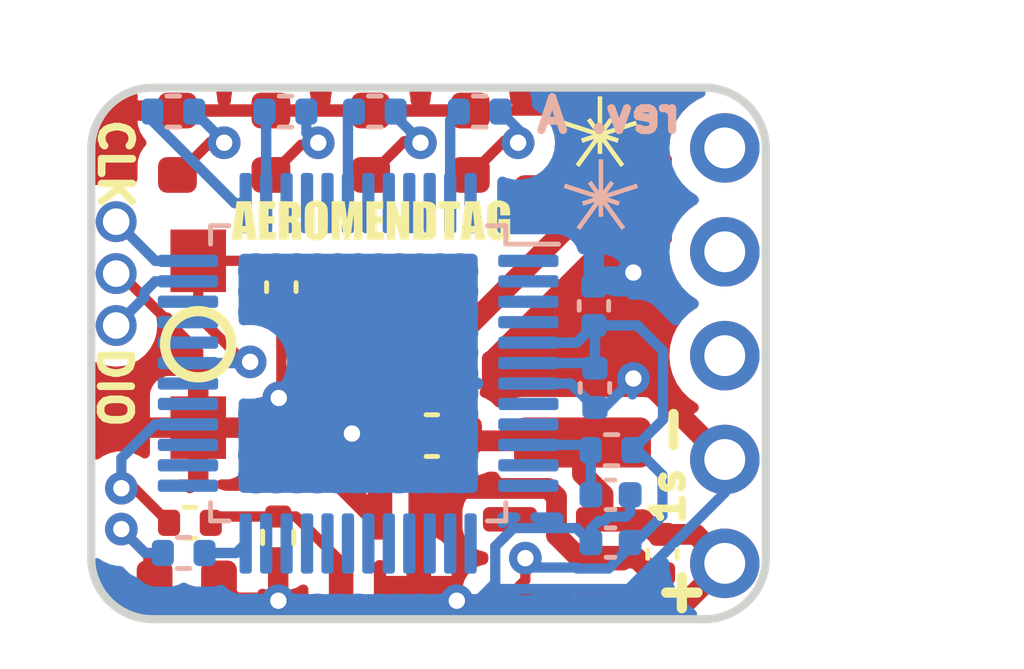
<source format=kicad_pcb>
(kicad_pcb (version 20221018) (generator pcbnew)
  (title_block (title "aeromendtag") (date "2023-10-13") (rev "A") (company "Victor Krook"))
  (layers (0 "F.Cu" signal) (31 "B.Cu" signal) (34 "B.Paste" user) (35 "F.Paste" user) (36 "B.SilkS" user "B.Silkscreen") (37 "F.SilkS" user "F.Silkscreen") (38 "B.Mask" user) (39 "F.Mask" user) (44 "Edge.Cuts" user))
  (net 0 "")
  (net 1 "VCC")
  (net 2 "GND")
  (net 4 "+3.3V")
  (net 11 "Net-(U2-PF2)")
  (net 33 "SWDIO")
  (net 34 "SWCLK")
  (net 43 "Net-(U3-A)")
  (net 44 "Net-(Q1-D)")
  (net 45 "Net-(D1-A)")
  (net 46 "Net-(D2-A)")
  (net 47 "Net-(D3-A)")
  (net 48 "Net-(D4-A)")
  (net 49 "Net-(D5-A)")
  (net 50 "Net-(Q1-G)")
  (net 51 "ID_0")
  (net 52 "ID_1")
  (net 53 "ID_2")
  (net 54 "ID_3")
  (net 55 "STATUS")
  (net 56 "IR_TX")
  (net 60 "BTN")
  (footprint "Resistor_SMD:R_2512_6332Metric" (layer "F.Cu") (at 159.5628 87.376 -90)
    (fp_text reference "R7" hide)
    (fp_text value "5.1R")
  )
  (footprint "LED_SMD:LED_0603_1608Metric" (layer "F.Cu") (at 151.9428 83.0072 -90)
    (fp_text reference "D3" hide)
    (fp_text value "ID_2")
  )
  (footprint "LED_SMD:LED_0603_1608Metric" (layer "F.Cu") (at 154.3812 83.0072 -90)
    (fp_text reference "D2" hide)
    (fp_text value "ID_1")
  )
  (footprint "Resistor_SMD:R_0402_1005Metric" (layer "F.Cu") (at 152.1206 92.6592 90)
    (fp_text reference "R8" hide)
    (fp_text value "10k")
  )
  (footprint "easyeda2kicad:SENSOR-SMD_L3.9-W3.9-FD" (layer "F.Cu") (at 154.7876 87.503 180)
    (fp_text reference "U3" hide)
    (fp_text value "IR, 110-160mW, 600mA")
  )
  (footprint "Capacitor_SMD:C_0402_1005Metric" (layer "F.Cu") (at 152.1968 86.5378 -90)
    (fp_text reference "C7" hide)
    (fp_text value "10n")
  )
  (footprint "Connector_PinSocket_2.54mm:PinSocket_1x05_P2.54mm_Vertical" (layer "F.Cu") (at 163.0426 93.2942 180)
    (fp_text reference "J2" hide)
    (fp_text value "Battery 4s balance")
  )
  (footprint "Capacitor_SMD:C_0402_1005Metric" (layer "F.Cu") (at 161.5186 93.0656 -90)
    (fp_text reference "C5" hide)
    (fp_text value "1u")
  )
  (footprint "LED_SMD:LED_0603_1608Metric" (layer "F.Cu") (at 149.8854 93.7006 180)
    (fp_text reference "D5" hide)
    (fp_text value "STATUS")
  )
  (footprint "LED_SMD:LED_0603_1608Metric" (layer "F.Cu") (at 149.6568 83.0072 -90)
    (fp_text reference "D4" hide)
    (fp_text value "ID_3")
  )
  (footprint "Package_TO_SOT_SMD:SOT-23" (layer "F.Cu") (at 154.6098 92.9132 90)
    (fp_text reference "Q1" hide)
    (fp_text value "AO3400")
  )
  (footprint "Capacitor_SMD:C_0603_1608Metric" (layer "F.Cu") (at 155.8798 90.17 180)
    (fp_text reference "C4" hide)
    (fp_text value "10u")
  )
  (footprint "easyeda2kicad:SW-SMD_L4.0-W2.9-LS5.0" (layer "F.Cu") (at 150.1648 87.9348 -90)
    (fp_text reference "SW1" hide)
    (fp_text value "SW_SPST")
  )
  (footprint "LED_SMD:LED_0603_1608Metric" (layer "F.Cu") (at 156.8196 83.0072 -90)
    (fp_text reference "D1" hide)
    (fp_text value "ID_0")
  )
  (footprint "Resistor_SMD:R_0402_1005Metric" (layer "F.Cu") (at 149.9616 92.3036 180)
    (fp_text reference "R9" hide)
    (fp_text value "100R")
  )
  (footprint "Package_TO_SOT_SMD:SOT-23-5" (layer "F.Cu") (at 158.9278 93.1672 180)
    (fp_text reference "U1" hide)
    (fp_text value "ME6215C33M5G")
  )
  (footprint "Resistor_SMD:R_0402_1005Metric" (layer "B.Cu") (at 160.274 90.5256 180)
    (fp_text reference "R1" hide)
    (fp_text value "10k")
  )
  (footprint "Resistor_SMD:R_0402_1005Metric" (layer "B.Cu") (at 149.8092 93.0402 180)
    (fp_text reference "R6" hide)
    (fp_text value "470R")
  )
  (footprint "Resistor_SMD:R_0402_1005Metric" (layer "B.Cu") (at 154.4828 82.2452)
    (fp_text reference "R3" hide)
    (fp_text value "470R")
  )
  (footprint "Capacitor_SMD:C_0402_1005Metric" (layer "B.Cu") (at 160.2486 91.6178)
    (fp_text reference "C3" hide)
    (fp_text value "100n")
  )
  (footprint "Capacitor_SMD:C_0402_1005Metric" (layer "B.Cu") (at 159.8422 86.995 90)
    (fp_text reference "C1" hide)
    (fp_text value "1u")
  )
  (footprint "Capacitor_SMD:C_0402_1005Metric" (layer "B.Cu") (at 160.2486 92.7862 180)
    (fp_text reference "C6" hide)
    (fp_text value "1u")
  )
  (footprint "Resistor_SMD:R_0402_1005Metric" (layer "B.Cu") (at 152.2984 82.2452)
    (fp_text reference "R4" hide)
    (fp_text value "470R")
  )
  (footprint "Package_QFP:LQFP-48_7x7mm_P0.5mm" (layer "B.Cu") (at 154.0764 88.646 180)
    (fp_text reference "U2" hide)
    (fp_text value "STM32C031C6Tx")
  )
  (footprint "Resistor_SMD:R_0402_1005Metric" (layer "B.Cu") (at 157.0482 82.2452)
    (fp_text reference "R2" hide)
    (fp_text value "470R")
  )
  (footprint "Resistor_SMD:R_0402_1005Metric" (layer "B.Cu") (at 149.5552 82.2452)
    (fp_text reference "R5" hide)
    (fp_text value "470R")
  )
  (footprint "Capacitor_SMD:C_0402_1005Metric" (layer "B.Cu") (at 159.8676 89.0016 -90)
    (fp_text reference "C2" hide)
    (fp_text value "100n")
  )
  (footprint "Connector_PinHeader_1.27mm:PinHeader_1x03_P1.27mm_Vertical" (layer "B.Cu") (at 148.1582 87.4776)
    (fp_text reference "J3" hide)
    (fp_text value "Debug" hide)
  )
  (gr_poly (pts (xy 160.068535 84.178502) (xy 160.244011 83.937235) (xy 160.333887 84.002534) (xy 160.158584 84.2438) (xy 160.888172 84.006577) (xy 160.92251 84.11222) (xy 160.192703 84.349406) (xy 160.476311 84.441539) (xy 160.441965 84.547182) (xy 160.158402 84.455) (xy 160.609405 85.075832) (xy 160.519447 85.141094) (xy 160.068539 84.520315) (xy 160.068539 84.818529) (xy 159.957476 84.818529) (xy 159.957476 84.520311) (xy 159.506568 85.141089) (xy 159.416692 85.075791) (xy 159.8676 84.455) (xy 159.584 84.547137) (xy 159.549658 84.44149) (xy 159.833266 84.349353) (xy 159.1035 84.112265) (xy 159.137842 84.006577) (xy 159.86765 84.243718) (xy 159.692347 84.002451) (xy 159.781999 83.937231) (xy 159.957476 84.178498) (xy 159.957476 83.411293) (xy 160.068535 83.411293)) (fill solid) (layer "B.SilkS"))
  (gr_poly (pts (xy 151.597091 85.378809) (xy 151.346524 85.378809) (xy 151.334314 85.209634) (xy 151.246529 85.209634) (xy 151.231995 85.378809) (xy 150.978522 85.378809) (xy 151.022938 85.042783) (xy 151.243622 85.042783) (xy 151.327338 85.042783) (xy 151.318036 84.95816) (xy 151.308735 84.864161) (xy 151.299433 84.760787) (xy 151.290131 84.64804) (xy 151.273272 84.773869) (xy 151.2599 84.881602) (xy 151.250017 84.97124) (xy 151.243622 85.042783) (xy 151.022938 85.042783) (xy 151.102933 84.437588) (xy 151.456982 84.437588)) (fill solid) (layer "F.SilkS"))
  (gr_poly (pts (xy 157.515251 84.417994) (xy 157.528268 84.418512) (xy 157.540998 84.419375) (xy 157.553442 84.420583) (xy 157.5656 84.422136) (xy 157.57747 84.424035) (xy 157.589055 84.426279) (xy 157.600353 84.428868) (xy 157.611364 84.431802) (xy 157.622089 84.435081) (xy 157.632528 84.438705) (xy 157.642679 84.442675) (xy 157.652545 84.44699) (xy 157.662124 84.451649) (xy 157.671416 84.456655) (xy 157.680422 84.462005) (xy 157.689099 84.467594) (xy 157.697389 84.473314) (xy 157.705292 84.479166) (xy 157.712808 84.48515) (xy 157.719938 84.491266) (xy 157.726682 84.497513) (xy 157.733039 84.503892) (xy 157.739011 84.510403) (xy 157.744596 84.517046) (xy 157.749795 84.52382) (xy 157.754609 84.530726) (xy 157.759037 84.537763) (xy 157.763079 84.544933) (xy 157.766736 84.552234) (xy 157.770007 84.559667) (xy 157.772894 84.567231) (xy 157.775496 84.575005) (xy 157.77793 84.583209) (xy 157.780196 84.591846) (xy 157.782293 84.600914) (xy 157.784222 84.610413) (xy 157.785984 84.620344) (xy 157.787577 84.630706) (xy 157.789002 84.6415) (xy 157.790259 84.652725) (xy 157.791349 84.664382) (xy 157.793025 84.68899) (xy 157.79403 84.715324) (xy 157.794365 84.743383) (xy 157.794365 84.784076) (xy 157.549652 84.784076) (xy 157.549652 84.698619) (xy 157.549542 84.679361) (xy 157.549213 84.661993) (xy 157.548666 84.646514) (xy 157.547901 84.632925) (xy 157.546918 84.621225) (xy 157.545717 84.611415) (xy 157.5443 84.603493) (xy 157.54351 84.600241) (xy 157.542667 84.597462) (xy 157.542213 84.59621) (xy 157.541721 84.594998) (xy 157.541191 84.593825) (xy 157.540624 84.592693) (xy 157.54002 84.5916) (xy 157.539377 84.590547) (xy 157.538697 84.589533) (xy 157.53798 84.58856) (xy 157.537225 84.587626) (xy 157.536432 84.586732) (xy 157.535602 84.585877) (xy 157.534735 84.585062) (xy 157.53383 84.584287) (xy 157.532887 84.583552) (xy 157.531907 84.582857) (xy 157.53089 84.582201) (xy 157.529835 84.581585) (xy 157.528742 84.581009) (xy 157.527613 84.580472) (xy 157.526445 84.579975) (xy 157.525241 84.579518) (xy 157.523999 84.579101) (xy 157.52272 84.578724) (xy 157.521403 84.578386) (xy 157.520049 84.578088) (xy 157.518658 84.577829) (xy 157.517229 84.577611) (xy 157.515763 84.577432) (xy 157.51426 84.577293) (xy 157.51272 84.577194) (xy 157.509528 84.577114) (xy 157.506749 84.577182) (xy 157.504084 84.577387) (xy 157.501533 84.577727) (xy 157.499095 84.578204) (xy 157.49677 84.578817) (xy 157.494559 84.579567) (xy 157.492462 84.580452) (xy 157.490478 84.581474) (xy 157.488607 84.582633) (xy 157.48685 84.583927) (xy 157.485207 84.585358) (xy 157.483677 84.586925) (xy 157.48226 84.588628) (xy 157.480957 84.590467) (xy 157.479767 84.592443) (xy 157.478691 84.594555) (xy 157.47771 84.596949) (xy 157.476792 84.599769) (xy 157.475936 84.603017) (xy 157.475142 84.606691) (xy 157.474412 84.610792) (xy 157.473744 84.615321) (xy 157.47314 84.620276) (xy 157.472599 84.625658) (xy 157.472121 84.631467) (xy 157.471706 84.637703) (xy 157.471355 84.644366) (xy 157.471067 84.651456) (xy 157.470683 84.666916) (xy 157.470555 84.684085) (xy 157.470555 85.135803) (xy 157.470683 85.150972) (xy 157.471067 85.164797) (xy 157.471706 85.177277) (xy 157.472599 85.188414) (xy 157.473744 85.198206) (xy 157.475142 85.206653) (xy 157.476792 85.213757) (xy 157.47771 85.216804) (xy 157.478691 85.219516) (xy 157.479216 85.220732) (xy 157.479774 85.22191) (xy 157.480363 85.223049) (xy 157.480985 85.224149) (xy 157.481638 85.225211) (xy 157.482322 85.226234) (xy 157.483039 85.227219) (xy 157.483787 85.228165) (xy 157.484568 85.229072) (xy 157.48538 85.229941) (xy 157.486224 85.230771) (xy 157.487099 85.231563) (xy 157.488007 85.232316) (xy 157.488946 85.23303) (xy 157.489917 85.233705) (xy 157.490919 85.234342) (xy 157.491954 85.234941) (xy 157.49302 85.235501) (xy 157.494118 85.236022) (xy 157.495247 85.236505) (xy 157.496409 85.236948) (xy 157.497602 85.237354) (xy 157.498826 85.237721) (xy 157.500083 85.238049) (xy 157.501371 85.238338) (xy 157.502691 85.238589) (xy 157.504042 85.238802) (xy 157.505425 85.238975) (xy 157.50684 85.23911) (xy 157.508286 85.239207) (xy 157.511274 85.239284) (xy 157.514547 85.239195) (xy 157.517685 85.23893) (xy 157.520686 85.238487) (xy 157.523552 85.237867) (xy 157.526281 85.237069) (xy 157.528875 85.236095) (xy 157.531332 85.234943) (xy 157.533653 85.233615) (xy 157.535838 85.232109) (xy 157.537886 85.230426) (xy 157.539798 85.228566) (xy 157.541574 85.226529) (xy 157.543213 85.224315) (xy 157.544715 85.221924) (xy 157.546081 85.219356) (xy 157.547311 85.216611) (xy 157.548507 85.213608) (xy 157.549627 85.21027) (xy 157.550669 85.206595) (xy 157.551634 85.202584) (xy 157.552522 85.198238) (xy 157.553332 85.193555) (xy 157.554066 85.188536) (xy 157.554722 85.183181) (xy 157.555301 85.17749) (xy 157.555803 85.171463) (xy 157.556228 85.165099) (xy 157.556575 85.1584) (xy 157.557038 85.143993) (xy 157.557193 85.128242) (xy 157.557193 85.016621) (xy 157.507782 85.016621) (xy 157.507782 84.873607) (xy 157.794365 84.873607) (xy 157.794365 85.378809) (xy 157.640338 85.378809) (xy 157.617636 85.311372) (xy 157.614459 85.316739) (xy 157.611177 85.321937) (xy 157.607791 85.326967) (xy 157.604301 85.331829) (xy 157.600707 85.336523) (xy 157.597009 85.341049) (xy 157.593206 85.345407) (xy 157.589299 85.349597) (xy 157.585288 85.353619) (xy 157.581173 85.357473) (xy 157.576954 85.361159) (xy 157.572631 85.364677) (xy 157.568203 85.368026) (xy 157.563671 85.371208) (xy 157.559035 85.374222) (xy 157.554295 85.377067) (xy 157.549515 85.379672) (xy 157.544627 85.382108) (xy 157.53963 85.384377) (xy 157.534524 85.386477) (xy 157.529309 85.388409) (xy 157.523985 85.390173) (xy 157.518552 85.391769) (xy 157.513011 85.393198) (xy 157.50736 85.394458) (xy 157.501601 85.39555) (xy 157.495733 85.396474) (xy 157.489756 85.39723) (xy 157.483671 85.397818) (xy 157.477476 85.398238) (xy 157.471173 85.39849) (xy 157.464761 85.398574) (xy 157.457088 85.398458) (xy 157.449474 85.398111) (xy 157.441919 85.397532) (xy 157.434422 85.396721) (xy 157.426985 85.395679) (xy 157.419606 85.394405) (xy 157.412286 85.392899) (xy 157.405026 85.391162) (xy 157.397824 85.389193) (xy 157.390681 85.386993) (xy 157.383598 85.384561) (xy 157.376574 85.381898) (xy 157.369609 85.379002) (xy 157.362704 85.375876) (xy 157.355858 85.372517) (xy 157.349071 85.368927) (xy 157.342482 85.365094) (xy 157.336093 85.361152) (xy 157.329905 85.3571) (xy 157.323918 85.35294) (xy 157.318131 85.348671) (xy 157.312544 85.344292) (xy 157.307158 85.339805) (xy 157.301972 85.335209) (xy 157.296986 85.330503) (xy 157.292199 85.325689) (xy 157.287613 85.320766) (xy 157.283226 85.315733) (xy 157.279038 85.310592) (xy 157.27505 85.305341) (xy 157.271262 85.299982) (xy 157.267672 85.294513) (xy 157.264264 85.288974) (xy 157.26102 85.283404) (xy 157.257939 85.277801) (xy 157.255022 85.272167) (xy 157.252269 85.266501) (xy 157.249679 85.260803) (xy 157.247253 85.255073) (xy 157.244991 85.249312) (xy 157.242892 85.243518) (xy 157.240958 85.237693) (xy 157.239187 85.231837) (xy 157.237579 85.225948) (xy 157.236136 85.220028) (xy 157.234856 85.214076) (xy 157.23374 85.208092) (xy 157.232787 85.202077) (xy 157.231154 85.189115) (xy 157.229737 85.174644) (xy 157.228536 85.158666) (xy 157.227553 85.14118) (xy 157.226787 85.122185) (xy 157.22624 85.101683) (xy 157.225911 85.079672) (xy 157.225802 85.056154) (xy 157.225802 84.776521) (xy 157.226029 84.743955) (xy 157.22671 84.713697) (xy 157.227847 84.685747) (xy 157.229438 84.660103) (xy 157.231486 84.636767) (xy 157.233989 84.615738) (xy 157.23695 84.597017) (xy 157.240367 84.580603) (xy 157.242394 84.573013) (xy 157.244843 84.565505) (xy 157.247715 84.558079) (xy 157.251008 84.550735) (xy 157.254724 84.543473) (xy 157.258863 84.536292) (xy 157.263423 84.529193) (xy 157.268406 84.522176) (xy 157.273812 84.51524) (xy 157.279639 84.508387) (xy 157.285889 84.501615) (xy 157.292561 84.494924) (xy 157.299656 84.488316) (xy 157.307172 84.481789) (xy 157.315111 84.475345) (xy 157.323473 84.468982) (xy 157.332277 84.462786) (xy 157.341394 84.456991) (xy 157.350824 84.451595) (xy 157.360568 84.446599) (xy 157.370626 84.442003) (xy 157.380997 84.437806) (xy 157.391681 84.434009) (xy 157.402679 84.430612) (xy 157.413991 84.427614) (xy 157.425615 84.425016) (xy 157.437554 84.422818) (xy 157.449806 84.421019) (xy 157.462371 84.41962) (xy 157.47525 84.418621) (xy 157.488442 84.418021) (xy 157.501948 84.417822)) (fill solid) (layer "F.SilkS"))
  (gr_poly (pts (xy 154.688759 84.625948) (xy 154.525397 84.625948) (xy 154.525397 84.804424) (xy 154.678297 84.804424) (xy 154.678297 84.983486) (xy 154.525397 84.983486) (xy 154.525397 85.190449) (xy 154.705039 85.190449) (xy 154.705039 85.378809) (xy 154.280644 85.378809) (xy 154.280644 84.437588) (xy 154.688759 84.437588)) (fill solid) (layer "F.SilkS"))
  (gr_poly (pts (xy 152.04706 84.625948) (xy 151.883698 84.625948) (xy 151.883698 84.804424) (xy 152.036598 84.804424) (xy 152.036598 84.983486) (xy 151.883698 84.983486) (xy 151.883698 85.190449) (xy 152.06334 85.190449) (xy 152.06334 85.378809) (xy 151.638945 85.378809) (xy 151.638945 84.437588) (xy 152.04706 84.437588)) (fill solid) (layer "F.SilkS"))
  (gr_poly (pts (xy 155.1178 84.8614) (xy 155.1178 84.437588) (xy 155.322429 84.437588) (xy 155.322429 85.378809) (xy 155.107918 85.378809) (xy 154.980601 84.950931) (xy 154.980601 85.378809) (xy 154.775964 85.378809) (xy 154.775964 84.437588) (xy 154.980601 84.437588)) (fill solid) (layer "F.SilkS"))
  (gr_poly (pts (xy 153.061618 84.417919) (xy 153.070881 84.418212) (xy 153.080022 84.418701) (xy 153.08904 84.419384) (xy 153.097935 84.420263) (xy 153.106707 84.421337) (xy 153.115357 84.422607) (xy 153.123885 84.424071) (xy 153.132289 84.425731) (xy 153.140572 84.427587) (xy 153.148731 84.429637) (xy 153.156768 84.431883) (xy 153.164683 84.434325) (xy 153.172474 84.436961) (xy 153.180144 84.439793) (xy 153.18769 84.44282) (xy 153.195155 84.44597) (xy 153.202433 84.449315) (xy 153.209525 84.452855) (xy 153.21643 84.456591) (xy 153.22315 84.460522) (xy 153.229683 84.464648) (xy 153.236031 84.46897) (xy 153.242192 84.473487) (xy 153.248166 84.478199) (xy 153.253955 84.483107) (xy 153.259558 84.488209) (xy 153.264974 84.493507) (xy 153.270204 84.499001) (xy 153.275248 84.50469) (xy 153.280106 84.510574) (xy 153.284778 84.516653) (xy 153.28924 84.522864) (xy 153.293471 84.529143) (xy 153.297469 84.53549) (xy 153.301237 84.541906) (xy 153.304772 84.548389) (xy 153.308077 84.554941) (xy 153.311149 84.561561) (xy 153.31399 84.568249) (xy 153.316599 84.575005) (xy 153.318977 84.581829) (xy 153.321123 84.588721) (xy 153.323037 84.595682) (xy 153.32472 84.60271) (xy 153.326171 84.609807) (xy 153.327391 84.616972) (xy 153.328379 84.624204) (xy 153.330014 84.640101) (xy 153.331431 84.658723) (xy 153.33263 84.68007) (xy 153.333611 84.704142) (xy 153.334374 84.730939) (xy 153.334919 84.760461) (xy 153.335247 84.792708) (xy 153.335356 84.827681) (xy 153.335356 84.988717) (xy 153.334919 85.054483) (xy 153.333611 85.109931) (xy 153.33263 85.133785) (xy 153.331431 85.15506) (xy 153.330014 85.173754) (xy 153.328379 85.189869) (xy 153.327466 85.19717) (xy 153.326326 85.204394) (xy 153.324959 85.21154) (xy 153.323365 85.218609) (xy 153.321543 85.225601) (xy 153.319495 85.232516) (xy 153.317219 85.239354) (xy 153.314717 85.246114) (xy 153.311987 85.252798) (xy 153.30903 85.259404) (xy 153.305846 85.265932) (xy 153.302435 85.272384) (xy 153.298797 85.278758) (xy 153.294932 85.285056) (xy 153.290839 85.291276) (xy 153.28652 85.297418) (xy 153.282063 85.303434) (xy 153.27741 85.309272) (xy 153.272561 85.314934) (xy 153.267518 85.320418) (xy 153.262279 85.325725) (xy 153.256845 85.330856) (xy 153.251215 85.335809) (xy 153.24539 85.340584) (xy 153.23937 85.345183) (xy 153.233154 85.349605) (xy 153.226743 85.35385) (xy 153.220137 85.357917) (xy 153.213335 85.361807) (xy 153.206338 85.365521) (xy 153.199146 85.369057) (xy 153.191758 85.372416) (xy 153.184197 85.375583) (xy 153.17648 85.378547) (xy 153.168609 85.381305) (xy 153.160584 85.38386) (xy 153.152404 85.38621) (xy 153.14407 85.388356) (xy 153.135581 85.390297) (xy 153.126938 85.392034) (xy 153.118141 85.393567) (xy 153.109188 85.394895) (xy 153.100082 85.396019) (xy 153.090821 85.396939) (xy 153.081406 85.397654) (xy 153.071836 85.398165) (xy 153.062112 85.398472) (xy 153.052233 85.398574) (xy 153.042845 85.398478) (xy 153.033575 85.398192) (xy 153.024423 85.397716) (xy 153.01539 85.397048) (xy 153.006474 85.39619) (xy 152.997677 85.395141) (xy 152.988997 85.393901) (xy 152.980436 85.392471) (xy 152.971992 85.39085) (xy 152.963667 85.389038) (xy 152.95546 85.387035) (xy 152.947371 85.384841) (xy 152.9394 85.382457) (xy 152.931547 85.379881) (xy 152.923813 85.377115) (xy 152.916196 85.374158) (xy 152.908802 85.370938) (xy 152.901589 85.367527) (xy 152.894558 85.363926) (xy 152.887709 85.360133) (xy 152.881041 85.35615) (xy 152.874555 85.351976) (xy 152.868251 85.347611) (xy 152.862129 85.343056) (xy 152.856188 85.33831) (xy 152.850429 85.333373) (xy 152.844851 85.328245) (xy 152.839456 85.322926) (xy 152.834241 85.317417) (xy 152.829209 85.311717) (xy 152.824358 85.305826) (xy 152.819688 85.299744) (xy 152.815226 85.293533) (xy 152.810995 85.287254) (xy 152.806996 85.280906) (xy 152.803229 85.274491) (xy 152.799693 85.268007) (xy 152.796389 85.261456) (xy 152.793317 85.254836) (xy 152.790476 85.248148) (xy 152.787867 85.241392) (xy 152.785489 85.234568) (xy 152.783343 85.227676) (xy 152.781429 85.220716) (xy 152.779746 85.213688) (xy 152.778295 85.206592) (xy 152.777075 85.199427) (xy 152.776087 85.192195) (xy 152.774452 85.176298) (xy 152.773035 85.157676) (xy 152.771836 85.136329) (xy 152.771127 85.11894) (xy 153.013863 85.11894) (xy 153.013963 85.138452) (xy 153.014263 85.156002) (xy 153.014762 85.17159) (xy 153.015461 85.185216) (xy 153.016361 85.19688) (xy 153.017459 85.206582) (xy 153.018758 85.214321) (xy 153.020257 85.220099) (xy 153.02071 85.221279) (xy 153.021197 85.222422) (xy 153.021718 85.223527) (xy 153.022274 85.224595) (xy 153.022863 85.225625) (xy 153.023486 85.226618) (xy 153.024144 85.227573) (xy 153.024835 85.228491) (xy 153.025561 85.229372) (xy 153.026321 85.230215) (xy 153.027114 85.231021) (xy 153.027942 85.231789) (xy 153.028804 85.23252) (xy 153.0297 85.233213) (xy 153.03063 85.233869) (xy 153.031594 85.234487) (xy 153.032592 85.235068) (xy 153.033624 85.235611) (xy 153.03469 85.236117) (xy 153.035791 85.236586) (xy 153.036925 85.237017) (xy 153.038093 85.23741) (xy 153.039296 85.237766) (xy 153.040532 85.238085) (xy 153.041803 85.238366) (xy 153.043107 85.238609) (xy 153.044446 85.238816) (xy 153.045818 85.238984) (xy 153.047225 85.239115) (xy 153.048666 85.239209) (xy 153.051649 85.239284) (xy 153.054704 85.239198) (xy 153.057618 85.238939) (xy 153.060392 85.238507) (xy 153.063024 85.237903) (xy 153.065515 85.237126) (xy 153.067866 85.236177) (xy 153.070075 85.235055) (xy 153.071127 85.234429) (xy 153.072144 85.23376) (xy 153.073126 85.233048) (xy 153.074072 85.232293) (xy 153.074983 85.231495) (xy 153.075859 85.230653) (xy 153.0767 85.229768) (xy 153.077506 85.228841) (xy 153.079011 85.226856) (xy 153.080376 85.224698) (xy 153.0816 85.222368) (xy 153.082683 85.219865) (xy 153.083626 85.21719) (xy 153.084471 85.21419) (xy 153.085261 85.210713) (xy 153.085997 85.20676) (xy 153.086678 85.202329) (xy 153.087305 85.197422) (xy 153.087877 85.192038) (xy 153.088858 85.179839) (xy 153.089622 85.165733) (xy 153.090167 85.149718) (xy 153.090494 85.131796) (xy 153.090603 85.111967) (xy 153.090603 84.679434) (xy 153.090485 84.663755) (xy 153.09013 84.649566) (xy 153.08954 84.636867) (xy 153.088713 84.625658) (xy 153.08765 84.615938) (xy 153.086352 84.607708) (xy 153.084817 84.600968) (xy 153.083961 84.598157) (xy 153.083046 84.595718) (xy 153.082595 84.594573) (xy 153.082113 84.593465) (xy 153.0816 84.592393) (xy 153.081057 84.591357) (xy 153.080483 84.590358) (xy 153.079878 84.589395) (xy 153.079243 84.588469) (xy 153.078577 84.587579) (xy 153.07788 84.586725) (xy 153.077153 84.585907) (xy 153.076395 84.585126) (xy 153.075607 84.584381) (xy 153.074787 84.583673) (xy 153.073937 84.583) (xy 153.073057 84.582364) (xy 153.072146 84.581765) (xy 153.071204 84.581202) (xy 153.070231 84.580675) (xy 153.069228 84.580184) (xy 153.068194 84.57973) (xy 153.06713 84.579312) (xy 153.066034 84.578931) (xy 153.064909 84.578586) (xy 153.063752 84.578277) (xy 153.062565 84.578004) (xy 153.061347 84.577768) (xy 153.060098 84.577568) (xy 153.058819 84.577405) (xy 153.057509 84.577278) (xy 153.056169 84.577187) (xy 153.053396 84.577114) (xy 153.051031 84.577173) (xy 153.048735 84.57735) (xy 153.046507 84.577645) (xy 153.044348 84.578059) (xy 153.042256 84.57859) (xy 153.040233 84.57924) (xy 153.038277 84.580007) (xy 153.03639 84.580893) (xy 153.034571 84.581897) (xy 153.03282 84.583019) (xy 153.031137 84.584259) (xy 153.029523 84.585617) (xy 153.027976 84.587093) (xy 153.026498 84.588687) (xy 153.025087 84.590399) (xy 153.023745 84.592229) (xy 153.022549 84.594273) (xy 153.021429 84.596771) (xy 153.020387 84.599724) (xy 153.019422 84.60313) (xy 153.018534 84.606991) (xy 153.017723 84.611305) (xy 153.01699 84.616074) (xy 153.016334 84.621298) (xy 153.015754 84.626975) (xy 153.015253 84.633106) (xy 153.014828 84.639692) (xy 153.014481 84.646732) (xy 153.01421 84.654226) (xy 153.014017 84.662174) (xy 153.013902 84.670577) (xy 153.013863 84.679434) (xy 153.013863 85.11894) (xy 152.771127 85.11894) (xy 152.770854 85.112256) (xy 152.770091 85.085459) (xy 152.769546 85.055937) (xy 152.769219 85.023689) (xy 152.76911 84.988717) (xy 152.76911 84.827681) (xy 152.76951 84.761951) (xy 152.770709 84.706612) (xy 152.772707 84.661666) (xy 152.774005 84.64309) (xy 152.775504 84.627111) (xy 152.776485 84.61974) (xy 152.777684 84.61245) (xy 152.779101 84.605242) (xy 152.780737 84.598116) (xy 152.78259 84.591071) (xy 152.784661 84.584109) (xy 152.78695 84.577228) (xy 152.789458 84.570429) (xy 152.792183 84.563711) (xy 152.795126 84.557075) (xy 152.798287 84.550522) (xy 152.801666 84.544049) (xy 152.805263 84.537659) (xy 152.809078 84.53135) (xy 152.813111 84.525123) (xy 152.817362 84.518978) (xy 152.821891 84.512963) (xy 152.82661 84.507124) (xy 152.831519 84.501463) (xy 152.83662 84.495978) (xy 152.841911 84.490671) (xy 152.847393 84.485541) (xy 152.853066 84.480588) (xy 152.85893 84.475812) (xy 152.864984 84.471214) (xy 152.87123 84.466792) (xy 152.877666 84.462548) (xy 152.884293 84.458481) (xy 152.89111 84.45459) (xy 152.898118 84.450877) (xy 152.905318 84.447342) (xy 152.912707 84.443983) (xy 152.920269 84.440815) (xy 152.927986 84.437851) (xy 152.935856 84.435092) (xy 152.943882 84.432537) (xy 152.952061 84.430187) (xy 152.960396 84.428041) (xy 152.968884 84.426099) (xy 152.977528 84.424362) (xy 152.986325 84.422829) (xy 152.995277 84.421501) (xy 153.004384 84.420376) (xy 153.013645 84.419457) (xy 153.02306 84.418741) (xy 153.03263 84.41823) (xy 153.042354 84.417924) (xy 153.052233 84.417822)) (fill solid) (layer "F.SilkS"))
  (gr_poly (pts (xy 156.572347 84.625948) (xy 156.427011 84.625948) (xy 156.427011 85.378809) (xy 156.182259 85.378809) (xy 156.182259 84.625948) (xy 156.037519 84.625948) (xy 156.037519 84.437588) (xy 156.572347 84.437588)) (fill solid) (layer "F.SilkS"))
  (gr_poly (pts (xy 157.190917 85.378809) (xy 156.94037 85.378809) (xy 156.928145 85.209634) (xy 156.840357 85.209634) (xy 156.825832 85.378809) (xy 156.572347 85.378809) (xy 156.616767 85.042783) (xy 156.83746 85.042783) (xy 156.9212 85.042783) (xy 156.91189 84.95816) (xy 156.902587 84.864161) (xy 156.893284 84.760787) (xy 156.883973 84.64804) (xy 156.867112 84.773869) (xy 156.853737 84.881602) (xy 156.843851 84.97124) (xy 156.83746 85.042783) (xy 156.616767 85.042783) (xy 156.696768 84.437588) (xy 157.05082 84.437588)) (fill solid) (layer "F.SilkS"))
  (gr_poly (pts (xy 153.751135 84.481917) (xy 153.758439 84.530024) (xy 153.76596 84.58191) (xy 153.7737 84.637576) (xy 153.807418 84.877096) (xy 153.863231 84.437588) (xy 154.182398 84.437588) (xy 154.182398 85.378809) (xy 153.968455 85.378809) (xy 153.968455 84.743383) (xy 153.882995 85.378809) (xy 153.731262 85.378809) (xy 153.641152 84.757917) (xy 153.641152 85.378809) (xy 153.427208 85.378809) (xy 153.427208 84.437588) (xy 153.744049 84.437588)) (fill solid) (layer "F.SilkS"))
  (gr_poly (pts (xy 155.646933 84.437842) (xy 155.685862 84.438605) (xy 155.721196 84.439877) (xy 155.752934 84.441657) (xy 155.781077 84.443947) (xy 155.805623 84.446744) (xy 155.826572 84.450051) (xy 155.843923 84.453866) (xy 155.851655 84.455983) (xy 155.85915 84.458263) (xy 155.866408 84.460706) (xy 155.873429 84.463313) (xy 155.880214 84.466084) (xy 155.886762 84.469018) (xy 155.893073 84.472115) (xy 155.899148 84.475376) (xy 155.904987 84.478801) (xy 155.910589 84.482389) (xy 155.915956 84.48614) (xy 155.921087 84.490056) (xy 155.925981 84.494134) (xy 155.930641 84.498376) (xy 155.935064 84.502782) (xy 155.939252 84.507351) (xy 155.943227 84.512036) (xy 155.947012 84.516789) (xy 155.950605 84.52161) (xy 155.954008 84.5265) (xy 155.957221 84.531457) (xy 155.960242 84.536483) (xy 155.963073 84.541576) (xy 155.965714 84.546738) (xy 155.968163 84.551968) (xy 155.970422 84.557266) (xy 155.972491 84.562632) (xy 155.974368 84.568067) (xy 155.976055 84.573569) (xy 155.977552 84.57914) (xy 155.978857 84.584779) (xy 155.979972 84.590486) (xy 155.981871 84.603203) (xy 155.98352 84.618682) (xy 155.984918 84.636922) (xy 155.986064 84.657923) (xy 155.986956 84.681686) (xy 155.987595 84.708211) (xy 155.987979 84.737497) (xy 155.988108 84.769544) (xy 155.988108 85.099175) (xy 155.987916 85.129551) (xy 155.987342 85.157311) (xy 155.986385 85.182455) (xy 155.985047 85.204983) (xy 155.983327 85.224894) (xy 155.981226 85.242189) (xy 155.978745 85.256868) (xy 155.975884 85.268931) (xy 155.974362 85.274165) (xy 155.972699 85.279259) (xy 155.970894 85.284212) (xy 155.968949 85.289025) (xy 155.966862 85.293696) (xy 155.964634 85.298227) (xy 155.962266 85.302617) (xy 155.959756 85.306866) (xy 155.957105 85.310974) (xy 155.954313 85.314942) (xy 155.951381 85.318768) (xy 155.948308 85.322454) (xy 155.945094 85.325999) (xy 155.941739 85.329403) (xy 155.938244 85.332666) (xy 155.934609 85.335788) (xy 155.930849 85.338713) (xy 155.926979 85.341529) (xy 155.923001 85.344236) (xy 155.918914 85.346834) (xy 155.914718 85.349323) (xy 155.910413 85.351703) (xy 155.905998 85.353974) (xy 155.901475 85.356136) (xy 155.896842 85.358189) (xy 155.892099 85.360133) (xy 155.887248 85.361968) (xy 155.882286 85.363693) (xy 155.877216 85.36531) (xy 155.872035 85.366818) (xy 155.866746 85.368217) (xy 155.861346 85.369507) (xy 155.849761 85.371687) (xy 155.836796 85.373577) (xy 155.822449 85.375176) (xy 155.806721 85.376484) (xy 155.78961 85.377502) (xy 155.771117 85.378228) (xy 155.75124 85.378664) (xy 155.72998 85.378809) (xy 155.421291 85.378809) (xy 155.421291 84.598625) (xy 155.666043 84.598625) (xy 155.666043 85.217773) (xy 155.672493 85.217692) (xy 155.678625 85.217446) (xy 155.68444 85.217038) (xy 155.689937 85.216465) (xy 155.695117 85.215729) (xy 155.69998 85.21483) (xy 155.704525 85.213767) (xy 155.708752 85.212541) (xy 155.712662 85.211151) (xy 155.716254 85.209597) (xy 155.719528 85.20788) (xy 155.722485 85.206) (xy 155.725123 85.203956) (xy 155.727444 85.201748) (xy 155.729446 85.199377) (xy 155.731131 85.196842) (xy 155.732609 85.19387) (xy 155.733992 85.19033) (xy 155.73528 85.186222) (xy 155.736473 85.181546) (xy 155.737571 85.176302) (xy 155.738574 85.170491) (xy 155.739482 85.164112) (xy 155.740294 85.157165) (xy 155.741011 85.149651) (xy 155.741632 85.141568) (xy 155.742158 85.132919) (xy 155.742589 85.123701) (xy 155.742924 85.113916) (xy 155.743163 85.103562) (xy 155.743355 85.081153) (xy 155.743355 84.715478) (xy 155.743101 84.686373) (xy 155.742783 84.673974) (xy 155.742338 84.66301) (xy 155.741764 84.653481) (xy 155.741061 84.645388) (xy 155.740229 84.638729) (xy 155.739267 84.633506) (xy 155.73872 84.631292) (xy 155.738091 84.629155) (xy 155.737381 84.627095) (xy 155.736588 84.625113) (xy 155.735714 84.623207) (xy 155.734757 84.621379) (xy 155.733719 84.619628) (xy 155.732599 84.617955) (xy 155.731398 84.616358) (xy 155.730114 84.614839) (xy 155.728749 84.613397) (xy 155.727301 84.612032) (xy 155.725772 84.610744) (xy 155.724161 84.609534) (xy 155.722468 84.608401) (xy 155.720693 84.607345) (xy 155.718771 84.606289) (xy 155.716649 84.605301) (xy 155.714328 84.604381) (xy 155.711808 84.60353) (xy 155.709089 84.602746) (xy 155.706171 84.602031) (xy 155.703054 84.601384) (xy 155.699738 84.600805) (xy 155.696223 84.600294) (xy 155.692509 84.599851) (xy 155.688596 84.599476) (xy 155.684483 84.59917) (xy 155.680172 84.598931) (xy 155.675661 84.598761) (xy 155.670952 84.598659) (xy 155.666043 84.598625) (xy 155.421291 84.598625) (xy 155.421291 84.437588) (xy 155.604409 84.437588)) (fill solid) (layer "F.SilkS"))
  (gr_poly (pts (xy 160.045396 82.639987) (xy 160.220872 82.39872) (xy 160.310748 82.464019) (xy 160.135445 82.705285) (xy 160.865033 82.468062) (xy 160.899371 82.573705) (xy 160.169564 82.810891) (xy 160.453172 82.903024) (xy 160.418826 83.008667) (xy 160.135263 82.916485) (xy 160.586266 83.537317) (xy 160.496308 83.602579) (xy 160.0454 82.9818) (xy 160.0454 83.280014) (xy 159.934337 83.280014) (xy 159.934337 82.981796) (xy 159.483429 83.602574) (xy 159.393553 83.537276) (xy 159.844461 82.916485) (xy 159.560861 83.008622) (xy 159.526519 82.902975) (xy 159.810127 82.810838) (xy 159.080361 82.57375) (xy 159.114703 82.468062) (xy 159.844511 82.705203) (xy 159.669208 82.463936) (xy 159.75886 82.398716) (xy 159.934337 82.639983) (xy 159.934337 81.872778) (xy 160.045396 81.872778)) (fill solid) (layer "F.SilkS"))
  (gr_poly (pts (xy 152.349068 84.437797) (xy 152.38712 84.438424) (xy 152.421666 84.439468) (xy 152.452706 84.440931) (xy 152.480239 84.442811) (xy 152.504266 84.445109) (xy 152.524786 84.447825) (xy 152.5418 84.450959) (xy 152.549412 84.452794) (xy 152.556842 84.454956) (xy 152.564091 84.457445) (xy 152.571158 84.460261) (xy 152.578043 84.463404) (xy 152.584747 84.466874) (xy 152.591269 84.470671) (xy 152.59761 84.474795) (xy 152.603768 84.479246) (xy 152.609746 84.484024) (xy 152.615541 84.489129) (xy 152.621155 84.494561) (xy 152.626587 84.50032) (xy 152.631837 84.506406) (xy 152.636906 84.51282) (xy 152.641793 84.51956) (xy 152.646509 84.526647) (xy 152.650922 84.534248) (xy 152.65503 84.542362) (xy 152.658834 84.550989) (xy 152.662333 84.56013) (xy 152.665528 84.569784) (xy 152.668419 84.579951) (xy 152.671005 84.590631) (xy 152.673287 84.601824) (xy 152.675265 84.613531) (xy 152.676939 84.625751) (xy 152.678308 84.638484) (xy 152.679373 84.65173) (xy 152.680134 84.66549) (xy 152.68059 84.679763) (xy 152.680742 84.694549) (xy 152.680315 84.720892) (xy 152.679035 84.744982) (xy 152.678075 84.756182) (xy 152.676901 84.766819) (xy 152.675514 84.776893) (xy 152.673913 84.786403) (xy 152.672099 84.795351) (xy 152.670071 84.803735) (xy 152.66783 84.811556) (xy 152.665375 84.818814) (xy 152.662707 84.825509) (xy 152.659825 84.831641) (xy 152.65673 84.837209) (xy 152.653421 84.842215) (xy 152.651662 84.844547) (xy 152.649799 84.84682) (xy 152.647833 84.849035) (xy 152.645763 84.85119) (xy 152.643591 84.853286) (xy 152.641315 84.855323) (xy 152.638935 84.857301) (xy 152.636453 84.85922) (xy 152.631177 84.862881) (xy 152.625488 84.866305) (xy 152.619386 84.869493) (xy 152.612871 84.872446) (xy 152.605942 84.875162) (xy 152.5986 84.877641) (xy 152.590845 84.879885) (xy 152.582676 84.881893) (xy 152.574094 84.883664) (xy 152.565099 84.885199) (xy 152.55569 84.886498) (xy 152.545868 84.887562) (xy 152.554766 84.889862) (xy 152.563291 84.892257) (xy 152.571443 84.894749) (xy 152.579223 84.897335) (xy 152.586631 84.900017) (xy 152.593666 84.902794) (xy 152.600329 84.905667) (xy 152.60662 84.908635) (xy 152.612538 84.911699) (xy 152.618083 84.914858) (xy 152.623256 84.918112) (xy 152.628057 84.921461) (xy 152.632485 84.924906) (xy 152.636541 84.928447) (xy 152.640224 84.932083) (xy 152.643535 84.935814) (xy 152.646585 84.939574) (xy 152.649486 84.943299) (xy 152.652236 84.946987) (xy 152.654837 84.950638) (xy 152.657288 84.954254) (xy 152.659588 84.957833) (xy 152.661739 84.961375) (xy 152.66374 84.964882) (xy 152.665591 84.968352) (xy 152.667292 84.971785) (xy 152.668843 84.975182) (xy 152.670244 84.978543) (xy 152.671495 84.981868) (xy 152.672596 84.985156) (xy 152.673547 84.988407) (xy 152.674348 84.991622) (xy 152.675123 84.995095) (xy 152.675847 84.999263) (xy 152.676521 85.004125) (xy 152.677146 85.009682) (xy 152.678244 85.022882) (xy 152.679144 85.03886) (xy 152.679843 85.057618) (xy 152.680342 85.079155) (xy 152.680642 85.103472) (xy 152.680742 85.130568) (xy 152.680742 85.378809) (xy 152.453432 85.378809) (xy 152.453432 85.066036) (xy 152.453241 85.048042) (xy 152.452669 85.031846) (xy 152.451716 85.017448) (xy 152.45038 85.00485) (xy 152.44957 84.999224) (xy 152.448664 84.994049) (xy 152.447662 84.989323) (xy 152.446565 84.985047) (xy 152.445373 84.98122) (xy 152.444086 84.977843) (xy 152.442702 84.974915) (xy 152.441224 84.972437) (xy 152.440459 84.971329) (xy 152.439618 84.970255) (xy 152.438702 84.969217) (xy 152.437709 84.968214) (xy 152.43664 84.967246) (xy 152.435495 84.966313) (xy 152.434273 84.965416) (xy 152.432976 84.964553) (xy 152.431603 84.963726) (xy 152.430153 84.962934) (xy 152.428628 84.962177) (xy 152.427026 84.961456) (xy 152.425348 84.960769) (xy 152.423595 84.960118) (xy 152.419859 84.958921) (xy 152.415819 84.957865) (xy 152.411474 84.95695) (xy 152.406826 84.956175) (xy 152.401873 84.955542) (xy 152.396615 84.955049) (xy 152.391054 84.954697) (xy 152.385188 84.954486) (xy 152.379018 84.954415) (xy 152.379018 85.378809) (xy 152.134265 85.378809) (xy 152.134265 84.598625) (xy 152.379018 84.598625) (xy 152.379018 84.807913) (xy 152.388947 84.80774) (xy 152.393618 84.807525) (xy 152.398095 84.807223) (xy 152.402375 84.806835) (xy 152.406461 84.80636) (xy 152.410351 84.805799) (xy 152.414046 84.805152) (xy 152.417545 84.804419) (xy 152.42085 84.803599) (xy 152.423958 84.802693) (xy 152.426872 84.801701) (xy 152.42959 84.800622) (xy 152.432113 84.799457) (xy 152.43444 84.798206) (xy 152.436573 84.796868) (xy 152.43761 84.796092) (xy 152.438614 84.795217) (xy 152.439586 84.794243) (xy 152.440524 84.793171) (xy 152.44143 84.792) (xy 152.442302 84.79073) (xy 152.443142 84.789361) (xy 152.443949 84.787893) (xy 152.444722 84.786327) (xy 152.445463 84.784662) (xy 152.446171 84.782898) (xy 152.446846 84.781035) (xy 152.448098 84.777013) (xy 152.449217 84.772596) (xy 152.450205 84.767784) (xy 152.451061 84.762577) (xy 152.451785 84.756975) (xy 152.452378 84.750977) (xy 152.452839 84.744584) (xy 152.453168 84.737797) (xy 152.453366 84.730614) (xy 152.453432 84.723035) (xy 152.453432 84.671294) (xy 152.453368 84.665819) (xy 152.453178 84.660585) (xy 152.45286 84.655591) (xy 152.452415 84.650838) (xy 152.451842 84.646326) (xy 152.451143 84.642054) (xy 152.450316 84.638023) (xy 152.449362 84.634233) (xy 152.448281 84.630683) (xy 152.447073 84.627375) (xy 152.445738 84.624307) (xy 152.444275 84.621479) (xy 152.442685 84.618893) (xy 152.440968 84.616547) (xy 152.439124 84.614442) (xy 152.437152 84.612577) (xy 152.435086 84.610888) (xy 152.432811 84.609307) (xy 152.430327 84.607835) (xy 152.427634 84.606473) (xy 152.424732 84.605219) (xy 152.421621 84.604075) (xy 152.418301 84.603039) (xy 152.414772 84.602113) (xy 152.411034 84.601295) (xy 152.407087 84.600587) (xy 152.402931 84.599987) (xy 152.398566 84.599497) (xy 152.393993 84.599115) (xy 152.38921 84.598843) (xy 152.384218 84.598679) (xy 152.379018 84.598625) (xy 152.134265 84.598625) (xy 152.134265 84.437588) (xy 152.307509 84.437588)) (fill solid) (layer "F.SilkS"))
  (gr_line (start 149.0486 94.6596) (end 162.5486 94.6596) (stroke (width 0.2)) (layer "Edge.Cuts"))
  (gr_arc (start 164.0486 93.1596) (mid 163.60926 94.22026) (end 162.5486 94.6596) (stroke (width 0.2)) (layer "Edge.Cuts"))
  (gr_line (start 147.5486 83.1596) (end 147.5486 93.1596) (stroke (width 0.2)) (layer "Edge.Cuts"))
  (gr_line (start 164.0486 93.1596) (end 164.0486 83.1596) (stroke (width 0.2)) (layer "Edge.Cuts"))
  (gr_arc (start 162.5486 81.6596) (mid 163.60926 82.09894) (end 164.0486 83.1596) (stroke (width 0.2)) (layer "Edge.Cuts"))
  (gr_arc (start 149.0486 94.6596) (mid 147.98794 94.22026) (end 147.5486 93.1596) (stroke (width 0.2)) (layer "Edge.Cuts"))
  (gr_arc (start 147.5486 83.1596) (mid 147.98794 82.09894) (end 149.0486 81.6596) (stroke (width 0.2)) (layer "Edge.Cuts"))
  (gr_line (start 162.5486 81.6596) (end 149.0486 81.6596) (stroke (width 0.2)) (layer "Edge.Cuts"))
  (gr_text "rev. A" (at 162.0774 82.804) (layer "B.SilkS") (effects (font (size 0.8 0.8) (thickness 0.2) bold) (justify left bottom mirror)))
  (gr_text "+" (at 162.5092 94.7928 90) (layer "F.SilkS") (effects (font (size 1 1) (thickness 0.25) bold) (justify left bottom)))
  (gr_text "DIO" (at 147.6756 87.9094 270) (layer "F.SilkS") (effects (font (size 0.75 0.75) (thickness 0.1875) bold) (justify left bottom)))
  (gr_text "1s" (at 162.1028 92.4306 90) (layer "F.SilkS") (effects (font (size 0.75 0.75) (thickness 0.1875) bold) (justify left bottom)))
  (gr_text "CLK" (at 147.701 82.3468 270) (layer "F.SilkS") (effects (font (size 0.75 0.75) (thickness 0.1875) bold) (justify left bottom)))
  (gr_text "-" (at 162.306 90.805 90) (layer "F.SilkS") (effects (font (size 1 1) (thickness 0.25) bold) (justify left bottom)))
  (segment (start 156.7818 90.297) (end 156.6548 90.17) (width 0.508) (layer "F.Cu") (net 1))
  (segment (start 162.052 94.2848) (end 163.0172 93.3196) (width 0.508) (layer "F.Cu") (net 1))
  (segment (start 163.0172 93.3196) (end 163.0172 93.2688) (width 0.508) (layer "F.Cu") (net 1))
  (segment (start 160.2329 94.2848) (end 162.052 94.2848) (width 0.508) (layer "F.Cu") (net 1))
  (segment (start 161.5186 92.5856) (end 161.3916 92.5856) (width 0.508) (layer "F.Cu") (net 1))
  (segment (start 159.5213 90.297) (end 156.7818 90.297) (width 0.508) (layer "F.Cu") (net 1))
  (segment (start 159.5628 91.1098) (end 159.5628 90.3385) (width 0.508) (layer "F.Cu") (net 1))
  (segment (start 160.0653 94.1172) (end 160.2329 94.2848) (width 0.508) (layer "F.Cu") (net 1))
  (segment (start 159.5628 90.3385) (end 159.5213 90.297) (width 0.508) (layer "F.Cu") (net 1))
  (segment (start 160.0653 92.2172) (end 160.0653 91.6123) (width 0.508) (layer "F.Cu") (net 1))
  (segment (start 160.0653 91.6123) (end 159.5628 91.1098) (width 0.508) (layer "F.Cu") (net 1))
  (segment (start 160.0755 92.2274) (end 160.0653 92.2172) (width 0.3048) (layer "F.Cu") (net 1))
  (segment (start 161.0334 92.2274) (end 160.0755 92.2274) (width 0.508) (layer "F.Cu") (net 1))
  (segment (start 162.334 92.5856) (end 161.5186 92.5856) (width 0.508) (layer "F.Cu") (net 1))
  (segment (start 163.0172 93.2688) (end 162.334 92.5856) (width 0.508) (layer "F.Cu") (net 1))
  (segment (start 161.3916 92.5856) (end 161.0334 92.2274) (width 0.508) (layer "F.Cu") (net 1))
  (segment (start 155.054 90.1192) (end 155.1048 90.17) (width 0.508) (layer "F.Cu") (net 2))
  (segment (start 152.124797 94.132062) (end 152.1206 94.127865) (width 0.3048) (layer "F.Cu") (net 2))
  (segment (start 150.1648 88.1126) (end 148.2598 86.2076) (width 0.25) (layer "F.Cu") (net 2))
  (segment (start 160.0653 93.1672) (end 159.4866 93.1672) (width 0.508) (layer "F.Cu") (net 2))
  (segment (start 150.1648 89.9748) (end 150.1648 88.1126) (width 0.25) (layer "F.Cu") (net 2))
  (segment (start 152.1968 89.2556) (end 152.1968 87.0178) (width 0.25) (layer "F.Cu") (net 2))
  (segment (start 155.9177 94.2086) (end 155.5598 93.8507) (width 0.25) (layer "F.Cu") (net 2))
  (segment (start 161.6202 85.3694) (end 161.6202 83.4136) (width 0.254) (layer "F.Cu") (net 2))
  (segment (start 150.1648 89.9748) (end 151.4776 89.9748) (width 0.25) (layer "F.Cu") (net 2))
  (segment (start 152.2704 87.122) (end 152.1968 87.0484) (width 0.25) (layer "F.Cu") (net 2))
  (segment (start 152.124797 94.132062) (end 151.104362 94.132062) (width 0.25) (layer "F.Cu") (net 2))
  (segment (start 160.4264 82.2198) (end 156.8197 82.2198) (width 0.254) (layer "F.Cu") (net 2))
  (segment (start 158.9278 91.6686) (end 158.7224 91.4632) (width 0.508) (layer "F.Cu") (net 2))
  (segment (start 149.6568 82.2197) (end 156.8196 82.2197) (width 0.3048) (layer "F.Cu") (net 2))
  (segment (start 152.1968 87.0484) (end 152.1968 87.0178) (width 0.25) (layer "F.Cu") (net 2))
  (segment (start 155.5598 90.625) (end 155.5598 92.522) (width 0.508) (layer "F.Cu") (net 2))
  (segment (start 159.4866 93.1672) (end 158.9278 92.6084) (width 0.508) (layer "F.Cu") (net 2))
  (segment (start 160.8836 93.1672) (end 161.262 93.5456) (width 0.508) (layer "F.Cu") (net 2))
  (segment (start 160.0653 93.1672) (end 160.8836 93.1672) (width 0.508) (layer "F.Cu") (net 2))
  (segment (start 161.0614 88.773) (end 163.0426 90.7542) (width 0.508) (layer "F.Cu") (net 2))
  (segment (start 161.007202 85.956998) (end 160.8074 86.1568) (width 0.254) (layer "F.Cu") (net 2))
  (segment (start 160.8074 88.773) (end 161.0614 88.773) (width 0.508) (layer "F.Cu") (net 2))
  (segment (start 156.8197 82.2198) (end 156.8196 82.2197) (width 0.254) (layer "F.Cu") (net 2))
  (segment (start 160.8074 88.773) (end 160.8074 86.1822) (width 0.508) (layer "F.Cu") (net 2))
  (segment (start 156.6186 91.4632) (end 155.5598 92.522) (width 0.508) (layer "F.Cu") (net 2))
  (segment (start 148.2598 86.2076) (end 148.1582 86.2076) (width 0.25) (layer "F.Cu") (net 2))
  (segment (start 156.4894 94.2086) (end 155.9177 94.2086) (width 0.25) (layer "F.Cu") (net 2))
  (segment (start 158.9278 92.6084) (end 158.9278 91.6686) (width 0.508) (layer "F.Cu") (net 2))
  (segment (start 161.262 93.5456) (end 161.5186 93.5456) (width 0.508) (layer "F.Cu") (net 2))
  (segment (start 160.8074 86.1568) (end 160.8074 86.1822) (width 0.254) (layer "F.Cu") (net 2))
  (segment (start 152.1206 94.127865) (end 152.1206 93.1692) (width 0.3048) (layer "F.Cu") (net 2))
  (segment (start 155.5598 92.522) (end 155.5598 93.8507) (width 0.508) (layer "F.Cu") (net 2))
  (segment (start 153.924 90.1192) (end 155.054 90.1192) (width 0.508) (layer "F.Cu") (net 2))
  (segment (start 155.1048 90.17) (end 155.5598 90.625) (width 0.508) (layer "F.Cu") (net 2))
  (segment (start 160.8074 86.1822) (end 161.6202 85.3694) (width 0.254) (layer "F.Cu") (net 2))
  (segment (start 158.7224 91.4632) (end 156.6186 91.4632) (width 0.508) (layer "F.Cu") (net 2))
  (segment (start 151.4776 89.9748) (end 152.1968 89.2556) (width 0.25) (layer "F.Cu") (net 2))
  (segment (start 151.104362 94.132062) (end 150.6729 93.7006) (width 0.25) (layer "F.Cu") (net 2))
  (segment (start 161.6202 83.4136) (end 160.4264 82.2198) (width 0.254) (layer "F.Cu") (net 2))
  (via (at 156.4894 94.2086) (size 0.8) (drill 0.4) (layers "F.Cu" "B.Cu") (net 2))
  (via (at 153.924 90.1192) (size 0.8) (drill 0.4) (layers "F.Cu" "B.Cu") (net 2))
  (via (at 160.8074 88.773) (size 0.8) (drill 0.4) (layers "F.Cu" "B.Cu") (net 2))
  (via (at 152.134668 89.249587) (size 0.8) (drill 0.4) (layers "F.Cu" "B.Cu") (net 2))
  (via (at 160.8074 86.1822) (size 0.8) (drill 0.4) (layers "F.Cu" "B.Cu") (net 2))
  (via (at 152.124797 94.2086) (size 0.8) (drill 0.4) (layers "F.Cu" "B.Cu") (net 2))
  (segment (start 159.7686 92.7862) (end 159.7686 92.4534) (width 0.25) (layer "B.Cu") (net 2))
  (segment (start 160.0988 89.4816) (end 160.8074 88.773) (width 0.254) (layer "B.Cu") (net 2))
  (segment (start 152.175935 94.1832) (end 156.464 94.1832) (width 0.25) (layer "B.Cu") (net 2))
  (segment (start 157.0228 94.1832) (end 157.4292 93.7768) (width 0.25) (layer "B.Cu") (net 2))
  (segment (start 156.464 94.1832) (end 156.4894 94.2086) (width 0.25) (layer "B.Cu") (net 2))
  (segment (start 157.3458 93.922) (end 160.6876 93.922) (width 0.25) (layer "B.Cu") (net 2))
  (segment (start 160.6296 92.1512) (end 160.7286 92.0522) (width 0.25) (layer "B.Cu") (net 2))
  (segment (start 159.857162 89.4816) (end 159.8676 89.4816) (width 0.254) (layer "B.Cu") (net 2))
  (segment (start 159.413 92.4306) (end 159.7686 92.7862) (width 0.25) (layer "B.Cu") (net 2))
  (segment (start 152.419387 89.249587) (end 153.289 90.1192) (width 0.508) (layer "B.Cu") (net 2))
  (segment (start 163.0426 91.567) (end 163.0426 90.7542) (width 0.25) (layer "B.Cu") (net 2))
  (segment (start 160.10121 92.2528) (end 160.20281 92.1512) (width 0.25) (layer "B.Cu") (net 2))
  (segment (start 157.4292 92.878495) (end 157.877095 92.4306) (width 0.25) (layer "B.Cu") (net 2))
  (segment (start 159.8676 89.4816) (end 160.0988 89.4816) (width 0.254) (layer "B.Cu") (net 2))
  (segment (start 156.5148 94.1832) (end 157.0228 94.1832) (width 0.25) (layer "B.Cu") (net 2))
  (segment (start 157.3149 93.8911) (end 157.3458 93.922) (width 0.25) (layer "B.Cu") (net 2))
  (segment (start 157.4292 93.7768) (end 157.3149 93.8911) (width 0.25) (layer "B.Cu") (net 2))
  (segment (start 158.2389 88.896) (end 159.271562 88.896) (width 0.254) (layer "B.Cu") (net 2))
  (segment (start 152.134668 89.249587) (end 152.419387 89.249587) (width 0.508) (layer "B.Cu") (net 2))
  (segment (start 157.877095 92.4306) (end 159.413 92.4306) (width 0.25) (layer "B.Cu") (net 2))
  (segment (start 159.9692 92.2528) (end 160.10121 92.2528) (width 0.25) (layer "B.Cu") (net 2))
  (segment (start 160.6876 93.922) (end 163.0426 91.567) (width 0.25) (layer "B.Cu") (net 2))
  (segment (start 156.4894 94.2086) (end 156.5148 94.1832) (width 0.25) (layer "B.Cu") (net 2))
  (segment (start 159.271562 88.896) (end 159.857162 89.4816) (width 0.254) (layer "B.Cu") (net 2))
  (segment (start 153.289 90.1192) (end 153.924 90.1192) (width 0.508) (layer "B.Cu") (net 2))
  (segment (start 160.7286 92.0522) (end 160.7286 91.6178) (width 0.25) (layer "B.Cu") (net 2))
  (segment (start 152.124797 94.132062) (end 152.175935 94.1832) (width 0.25) (layer "B.Cu") (net 2))
  (segment (start 157.4292 93.7768) (end 157.4292 92.878495) (width 0.25) (layer "B.Cu") (net 2))
  (segment (start 160.782 86.1822) (end 160.175 86.1822) (width 0.3048) (layer "B.Cu") (net 2))
  (segment (start 159.7686 92.4534) (end 159.9692 92.2528) (width 0.25) (layer "B.Cu") (net 2))
  (segment (start 160.175 86.1822) (end 159.8422 86.515) (width 0.3048) (layer "B.Cu") (net 2))
  (segment (start 160.20281 92.1512) (end 160.6296 92.1512) (width 0.25) (layer "B.Cu") (net 2))
  (segment (start 158.1658 93.7006) (end 157.7903 94.0761) (width 0.25) (layer "F.Cu") (net 4))
  (segment (start 157.7903 94.0761) (end 157.7903 94.1172) (width 0.25) (layer "F.Cu") (net 4))
  (segment (start 158.1658 93.1672) (end 158.1658 93.7006) (width 0.25) (layer "F.Cu") (net 4))
  (via (at 158.1658 93.1672) (size 0.8) (drill 0.4) (layers "F.Cu" "B.Cu") (net 4))
  (segment (start 158.1658 93.1672) (end 158.3944 93.3958) (width 0.25) (layer "B.Cu") (net 4))
  (segment (start 159.8676 88.5216) (end 159.742 88.396) (width 0.254) (layer "B.Cu") (net 4))
  (segment (start 159.4212 87.896) (end 159.8422 87.475) (width 0.254) (layer "B.Cu") (net 4))
  (segment (start 160.9598 87.5284) (end 160.9064 87.475) (width 0.254) (layer "B.Cu") (net 4))
  (segment (start 158.2389 87.896) (end 159.4212 87.896) (width 0.254) (layer "B.Cu") (net 4))
  (segment (start 158.3944 93.3958) (end 159.41059 93.3958) (width 0.25) (layer "B.Cu") (net 4))
  (segment (start 161.5186 92.1258) (end 161.5186 91.1352) (width 0.25) (layer "B.Cu") (net 4))
  (segment (start 160.9598 87.5284) (end 161.5324 88.101) (width 0.25) (layer "B.Cu") (net 4))
  (segment (start 161.5186 91.1352) (end 160.909 90.5256) (width 0.25) (layer "B.Cu") (net 4))
  (segment (start 160.8582 92.7862) (end 161.5186 92.1258) (width 0.25) (layer "B.Cu") (net 4))
  (segment (start 161.5324 89.7772) (end 160.784 90.5256) (width 0.25) (layer "B.Cu") (net 4))
  (segment (start 159.41059 93.3958) (end 159.43599 93.4212) (width 0.25) (layer "B.Cu") (net 4))
  (segment (start 160.909 90.5256) (end 160.784 90.5256) (width 0.25) (layer "B.Cu") (net 4))
  (segment (start 160.7286 92.8904) (end 160.7286 92.7862) (width 0.25) (layer "B.Cu") (net 4))
  (segment (start 159.43599 93.4212) (end 160.1978 93.4212) (width 0.25) (layer "B.Cu") (net 4))
  (segment (start 159.8676 88.5216) (end 159.8676 87.5004) (width 0.254) (layer "B.Cu") (net 4))
  (segment (start 161.5324 88.101) (end 161.5324 89.7772) (width 0.25) (layer "B.Cu") (net 4))
  (segment (start 160.1978 93.4212) (end 160.7286 92.8904) (width 0.25) (layer "B.Cu") (net 4))
  (segment (start 159.8676 87.5004) (end 159.8422 87.475) (width 0.254) (layer "B.Cu") (net 4))
  (segment (start 160.7286 92.7862) (end 160.8582 92.7862) (width 0.25) (layer "B.Cu") (net 4))
  (segment (start 160.9064 87.475) (end 159.8422 87.475) (width 0.254) (layer "B.Cu") (net 4))
  (segment (start 159.742 88.396) (end 158.2389 88.396) (width 0.254) (layer "B.Cu") (net 4))
  (segment (start 159.764 90.5256) (end 159.6344 90.396) (width 0.25) (layer "B.Cu") (net 11))
  (segment (start 159.764 90.5256) (end 159.764 91.6132) (width 0.25) (layer "B.Cu") (net 11))
  (segment (start 159.6344 90.396) (end 158.2389 90.396) (width 0.25) (layer "B.Cu") (net 11))
  (segment (start 159.764 91.6132) (end 159.7686 91.6178) (width 0.25) (layer "B.Cu") (net 11))
  (segment (start 148.8514 86.655314) (end 149.110714 86.396) (width 0.25) (layer "B.Cu") (net 33))
  (segment (start 149.110714 86.396) (end 149.9139 86.396) (width 0.25) (layer "B.Cu") (net 33))
  (segment (start 148.1582 87.4776) (end 148.8514 86.7844) (width 0.25) (layer "B.Cu") (net 33))
  (segment (start 148.8514 86.7844) (end 148.8514 86.655314) (width 0.25) (layer "B.Cu") (net 33))
  (segment (start 149.9139 85.896) (end 149.1166 85.896) (width 0.25) (layer "B.Cu") (net 34))
  (segment (start 149.1166 85.896) (end 148.1582 84.9376) (width 0.25) (layer "B.Cu") (net 34))
  (segment (start 156.7688 87.503) (end 156.1084 88.011) (width 0.508) (layer "F.Cu") (net 43))
  (segment (start 159.5628 84.709) (end 156.7688 87.503) (width 0.508) (layer "F.Cu") (net 43))
  (segment (start 155.2448 88.011) (end 155.6276 87.503) (width 0.508) (layer "F.Cu") (net 43))
  (segment (start 159.5628 84.4135) (end 159.5628 84.709) (width 0.508) (layer "F.Cu") (net 43))
  (segment (start 156.1084 88.011) (end 155.2448 88.011) (width 0.508) (layer "F.Cu") (net 43))
  (segment (start 153.9476 88.3684) (end 152.9842 89.3318) (width 0.508) (layer "F.Cu") (net 44))
  (segment (start 152.9842 90.6549) (end 154.3304 92.0011) (width 0.508) (layer "F.Cu") (net 44))
  (segment (start 152.9842 89.3318) (end 152.9842 90.6549) (width 0.508) (layer "F.Cu") (net 44))
  (segment (start 153.9476 87.503) (end 153.9476 88.3684) (width 0.508) (layer "F.Cu") (net 44))
  (segment (start 157.6579 82.9564) (end 156.8196 83.7947) (width 0.25) (layer "F.Cu") (net 45))
  (segment (start 158.1658 82.9564) (end 157.6579 82.9564) (width 0.25) (layer "F.Cu") (net 45))
  (via (at 157.988 83.0072) (size 0.8) (drill 0.4) (layers "F.Cu" "B.Cu") (net 45))
  (segment (start 158.1658 82.8528) (end 157.5582 82.2452) (width 0.25) (layer "B.Cu") (net 45))
  (segment (start 158.1658 82.9564) (end 158.1658 82.8528) (width 0.25) (layer "B.Cu") (net 45))
  (segment (start 155.2043 82.9716) (end 154.3812 83.7947) (width 0.25) (layer "F.Cu") (net 46))
  (segment (start 155.5999 82.9716) (end 155.2043 82.9716) (width 0.25) (layer "F.Cu") (net 46))
  (via (at 155.5999 83.0072) (size 0.8) (drill 0.4) (layers "F.Cu" "B.Cu") (net 46))
  (segment (start 155.5999 82.9716) (end 154.9928 82.3645) (width 0.25) (layer "B.Cu") (net 46))
  (segment (start 154.9928 82.3645) (end 154.9928 82.2452) (width 0.25) (layer "B.Cu") (net 46))
  (segment (start 152.6795 83.058) (end 151.9428 83.7947) (width 0.25) (layer "F.Cu") (net 47))
  (segment (start 153.0999 83.058) (end 152.6795 83.058) (width 0.25) (layer "F.Cu") (net 47))
  (via (at 153.0999 83.0072) (size 0.8) (drill 0.4) (layers "F.Cu" "B.Cu") (net 47))
  (segment (start 152.8084 82.7665) (end 152.8084 82.2452) (width 0.25) (layer "B.Cu") (net 47))
  (segment (start 153.0999 83.058) (end 152.8084 82.7665) (width 0.25) (layer "B.Cu") (net 47))
  (segment (start 150.4697 82.9818) (end 149.6568 83.7947) (width 0.25) (layer "F.Cu") (net 48))
  (segment (start 150.7998 82.9818) (end 150.4697 82.9818) (width 0.25) (layer "F.Cu") (net 48))
  (via (at 150.7998 83.0072) (size 0.8) (drill 0.4) (layers "F.Cu" "B.Cu") (net 48))
  (segment (start 150.7998 82.9818) (end 150.7998 82.9798) (width 0.25) (layer "B.Cu") (net 48))
  (segment (start 150.7998 82.9798) (end 150.0652 82.2452) (width 0.25) (layer "B.Cu") (net 48))
  (segment (start 148.9456 93.118238) (end 148.9456 93.5483) (width 0.25) (layer "F.Cu") (net 49))
  (segment (start 148.9456 93.5483) (end 149.0979 93.7006) (width 0.25) (layer "F.Cu") (net 49))
  (segment (start 148.283516 92.456154) (end 148.9456 93.118238) (width 0.25) (layer "F.Cu") (net 49))
  (via (at 148.283516 92.456154) (size 0.8) (drill 0.4) (layers "F.Cu" "B.Cu") (net 49))
  (segment (start 148.867562 93.0402) (end 149.2992 93.0402) (width 0.25) (layer "B.Cu") (net 49))
  (segment (start 148.283516 92.456154) (end 148.867562 93.0402) (width 0.25) (layer "B.Cu") (net 49))
  (segment (start 152.5504 92.1492) (end 153.6598 93.2586) (width 0.254) (layer "F.Cu") (net 50))
  (segment (start 150.626 92.1492) (end 150.4716 92.3036) (width 0.254) (layer "F.Cu") (net 50))
  (segment (start 153.6598 93.2586) (end 153.6598 93.8507) (width 0.254) (layer "F.Cu") (net 50))
  (segment (start 152.1206 92.1492) (end 150.626 92.1492) (width 0.254) (layer "F.Cu") (net 50))
  (segment (start 152.1206 92.1492) (end 152.5504 92.1492) (width 0.254) (layer "F.Cu") (net 50))
  (segment (start 156.3264 82.457) (end 156.3264 84.4835) (width 0.254) (layer "B.Cu") (net 51))
  (segment (start 156.5382 82.2452) (end 156.3264 82.457) (width 0.254) (layer "B.Cu") (net 51))
  (segment (start 153.9728 82.2452) (end 153.8264 82.3916) (width 0.254) (layer "B.Cu") (net 52))
  (segment (start 153.8264 82.3916) (end 153.8264 84.4835) (width 0.254) (layer "B.Cu") (net 52))
  (segment (start 151.8264 82.2832) (end 151.8264 84.4835) (width 0.254) (layer "B.Cu") (net 53))
  (segment (start 151.7884 82.2452) (end 151.8264 82.2832) (width 0.254) (layer "B.Cu") (net 53))
  (segment (start 149.0452 82.4718) (end 149.0452 82.2452) (width 0.254) (layer "B.Cu") (net 54))
  (segment (start 151.0569 84.4835) (end 149.0452 82.4718) (width 0.254) (layer "B.Cu") (net 54))
  (segment (start 151.3264 84.4835) (end 151.0569 84.4835) (width 0.254) (layer "B.Cu") (net 54))
  (segment (start 151.0947 93.0402) (end 150.3192 93.0402) (width 0.254) (layer "B.Cu") (net 55))
  (segment (start 151.3264 92.8085) (end 151.0947 93.0402) (width 0.254) (layer "B.Cu") (net 55))
  (segment (start 148.5372 91.3892) (end 149.4516 92.3036) (width 0.25) (layer "F.Cu") (net 56))
  (segment (start 148.285587 91.456653) (end 148.35304 91.3892) (width 0.25) (layer "F.Cu") (net 56))
  (segment (start 148.35304 91.3892) (end 148.5372 91.3892) (width 0.25) (layer "F.Cu") (net 56))
  (via (at 148.285587 91.456653) (size 0.8) (drill 0.4) (layers "F.Cu" "B.Cu") (net 56))
  (segment (start 148.285587 90.721127) (end 149.110714 89.896) (width 0.25) (layer "B.Cu") (net 56))
  (segment (start 148.285587 91.456653) (end 148.285587 90.721127) (width 0.25) (layer "B.Cu") (net 56))
  (segment (start 149.110714 89.896) (end 149.9139 89.896) (width 0.25) (layer "B.Cu") (net 56))
  (segment (start 152.1968 86.0578) (end 152.0338 85.8948) (width 0.25) (layer "F.Cu") (net 60))
  (segment (start 151.4348 88.3666) (end 151.2824 88.3666) (width 0.25) (layer "F.Cu") (net 60))
  (segment (start 152.0338 85.8948) (end 150.1648 85.8948) (width 0.25) (layer "F.Cu") (net 60))
  (segment (start 150.1648 87.249) (end 150.1648 85.8948) (width 0.25) (layer "F.Cu") (net 60))
  (segment (start 151.2824 88.3666) (end 150.1648 87.249) (width 0.25) (layer "F.Cu") (net 60))
  (via (at 151.4348 88.3666) (size 0.8) (drill 0.4) (layers "F.Cu" "B.Cu") (net 60))
  (segment (start 151.4054 88.396) (end 149.9139 88.396) (width 0.254) (layer "B.Cu") (net 60))
  (segment (start 151.4348 88.3666) (end 151.4054 88.396) (width 0.254) (layer "B.Cu") (net 60))
  (zone (net 2) (net_name "GND") (layers "F&B.Cu") (connect_pads (clearance 0.5)) (min_thickness 0.25) (fill yes (thermal_gap 0.5) (thermal_bridge_width 0.5))
    (polygon (pts (xy 147.4978 81.6356) (xy 147.5232 95.25) (xy 164.0332 95.1738) (xy 164.1094 81.661)))
  )
)
</source>
